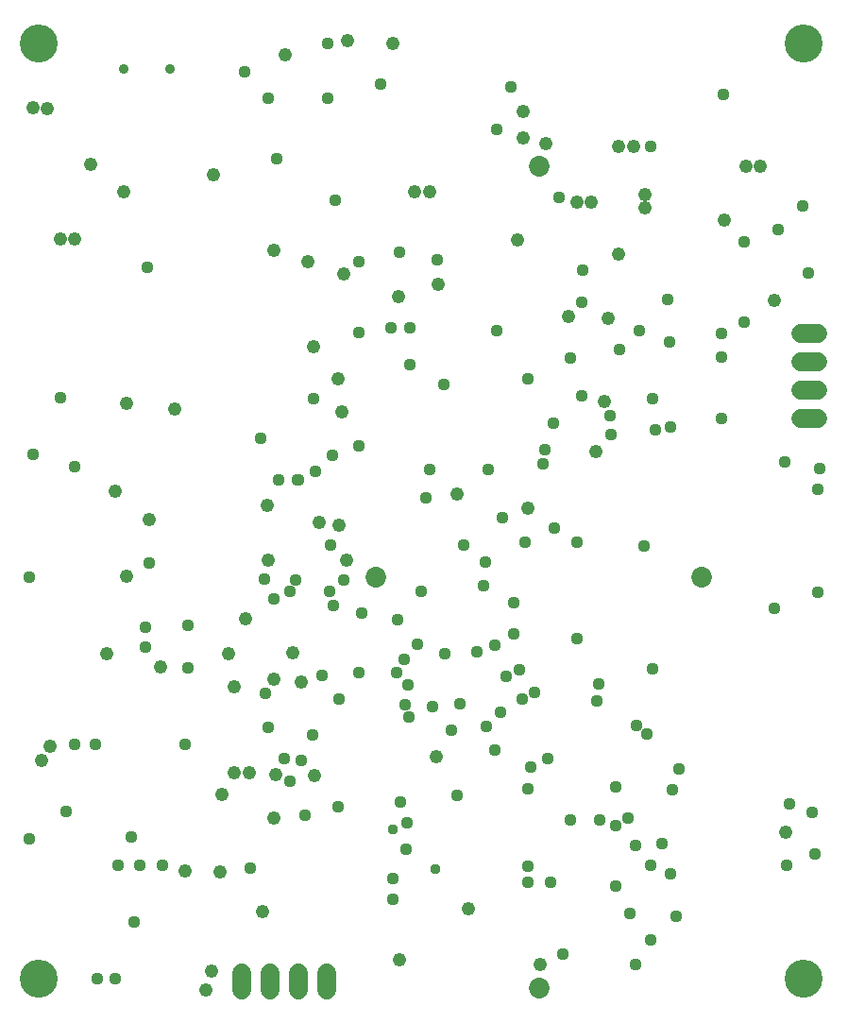
<source format=gbs>
G75*
%MOIN*%
%OFA0B0*%
%FSLAX25Y25*%
%IPPOS*%
%LPD*%
%AMOC8*
5,1,8,0,0,1.08239X$1,22.5*
%
%ADD10C,0.13398*%
%ADD11C,0.03556*%
%ADD12C,0.07296*%
%ADD13C,0.06800*%
%ADD14C,0.04762*%
%ADD15C,0.04369*%
%ADD16C,0.03778*%
D10*
X0038431Y0012000D03*
X0308431Y0012000D03*
X0308431Y0342000D03*
X0038431Y0342000D03*
D11*
X0068262Y0332854D03*
X0084600Y0332854D03*
D12*
X0214931Y0298500D03*
X0157431Y0153500D03*
X0272431Y0153500D03*
X0214931Y0008500D03*
D13*
X0139931Y0008000D02*
X0139931Y0014000D01*
X0129931Y0014000D02*
X0129931Y0008000D01*
X0119931Y0008000D02*
X0119931Y0014000D01*
X0109931Y0014000D02*
X0109931Y0008000D01*
X0307431Y0209500D02*
X0313431Y0209500D01*
X0313431Y0219500D02*
X0307431Y0219500D01*
X0307431Y0229500D02*
X0313431Y0229500D01*
X0313431Y0239500D02*
X0307431Y0239500D01*
D14*
X0297931Y0251250D03*
X0280431Y0279500D03*
X0287931Y0298500D03*
X0292931Y0298500D03*
X0252431Y0288500D03*
X0252431Y0284000D03*
X0242931Y0267500D03*
X0233431Y0286000D03*
X0228431Y0286000D03*
X0217431Y0306500D03*
X0209431Y0308500D03*
X0209431Y0318000D03*
X0242931Y0305500D03*
X0248431Y0305500D03*
X0207431Y0272500D03*
X0179431Y0257000D03*
X0165181Y0252500D03*
X0145931Y0260500D03*
X0133431Y0265000D03*
X0121431Y0269000D03*
X0099931Y0295750D03*
X0068181Y0289750D03*
X0056681Y0299250D03*
X0041181Y0319000D03*
X0036181Y0319250D03*
X0045931Y0273000D03*
X0050931Y0273000D03*
X0069431Y0215000D03*
X0086431Y0213000D03*
X0065431Y0184000D03*
X0077431Y0174000D03*
X0069431Y0154000D03*
X0062431Y0126500D03*
X0081431Y0122000D03*
X0105431Y0126500D03*
X0107431Y0115000D03*
X0121431Y0117500D03*
X0127931Y0127000D03*
X0130931Y0116500D03*
X0111431Y0139000D03*
X0119431Y0159750D03*
X0118931Y0179000D03*
X0137431Y0173000D03*
X0144431Y0172000D03*
X0146931Y0159500D03*
X0185931Y0183000D03*
X0210931Y0178000D03*
X0234931Y0198000D03*
X0237931Y0215500D03*
X0239431Y0245000D03*
X0225431Y0245750D03*
X0176431Y0289500D03*
X0170931Y0289500D03*
X0125431Y0338000D03*
X0147431Y0343000D03*
X0163431Y0342000D03*
X0135431Y0235000D03*
X0143931Y0223500D03*
X0145431Y0212000D03*
X0042431Y0094000D03*
X0039431Y0089000D03*
X0089931Y0050000D03*
X0102431Y0049500D03*
X0117431Y0035500D03*
X0099431Y0014500D03*
X0097181Y0008000D03*
X0121431Y0068500D03*
X0121931Y0084000D03*
X0112681Y0084500D03*
X0107431Y0084500D03*
X0102931Y0077000D03*
X0135681Y0083750D03*
X0178681Y0090490D03*
X0189931Y0036760D03*
X0165681Y0018500D03*
X0215431Y0017000D03*
X0301931Y0063500D03*
D15*
X0303431Y0073500D03*
X0311431Y0070600D03*
X0312431Y0056000D03*
X0302431Y0052000D03*
X0263431Y0034000D03*
X0254431Y0025750D03*
X0246931Y0035000D03*
X0241931Y0044500D03*
X0254431Y0052000D03*
X0261431Y0049000D03*
X0258431Y0059500D03*
X0248931Y0059000D03*
X0241931Y0066000D03*
X0246431Y0068500D03*
X0241931Y0079500D03*
X0236431Y0068000D03*
X0225931Y0068000D03*
X0210931Y0079000D03*
X0211931Y0086500D03*
X0217931Y0089500D03*
X0199431Y0092750D03*
X0196431Y0101000D03*
X0201431Y0106000D03*
X0208931Y0110500D03*
X0213431Y0113000D03*
X0207931Y0121000D03*
X0203431Y0118500D03*
X0199181Y0129750D03*
X0192847Y0127446D03*
X0181681Y0126750D03*
X0171931Y0130000D03*
X0167431Y0124500D03*
X0164681Y0120000D03*
X0168556Y0115500D03*
X0167681Y0108500D03*
X0168931Y0104250D03*
X0177431Y0108000D03*
X0183931Y0099500D03*
X0186931Y0109000D03*
X0205931Y0133500D03*
X0205931Y0144500D03*
X0195231Y0150600D03*
X0195931Y0159000D03*
X0188431Y0165000D03*
X0173431Y0148500D03*
X0164931Y0138500D03*
X0152306Y0141000D03*
X0142431Y0143500D03*
X0140931Y0148500D03*
X0145931Y0152500D03*
X0141431Y0165000D03*
X0128931Y0152500D03*
X0126931Y0148500D03*
X0121431Y0146000D03*
X0117931Y0153000D03*
X0090931Y0136500D03*
X0090931Y0121500D03*
X0075931Y0129000D03*
X0075931Y0136000D03*
X0077431Y0158500D03*
X0050931Y0192500D03*
X0036431Y0197000D03*
X0045931Y0217000D03*
X0076681Y0263000D03*
X0122431Y0301250D03*
X0119431Y0322500D03*
X0110931Y0332000D03*
X0140431Y0322500D03*
X0140431Y0342000D03*
X0158931Y0327500D03*
X0142931Y0286500D03*
X0151431Y0265000D03*
X0165681Y0268250D03*
X0178931Y0265500D03*
X0169431Y0241500D03*
X0162681Y0241750D03*
X0151431Y0240000D03*
X0169431Y0228500D03*
X0181181Y0221750D03*
X0199931Y0240500D03*
X0210931Y0223500D03*
X0225931Y0231000D03*
X0229931Y0217500D03*
X0239931Y0210500D03*
X0240181Y0204000D03*
X0255931Y0205800D03*
X0261431Y0206500D03*
X0254931Y0216500D03*
X0260931Y0236500D03*
X0250431Y0240500D03*
X0243431Y0234000D03*
X0229931Y0250500D03*
X0230431Y0262000D03*
X0221931Y0287500D03*
X0199931Y0311500D03*
X0204931Y0326500D03*
X0254431Y0305750D03*
X0279931Y0324000D03*
X0308031Y0284700D03*
X0299431Y0276400D03*
X0287431Y0272000D03*
X0309931Y0261000D03*
X0287431Y0243500D03*
X0279431Y0239500D03*
X0279431Y0231250D03*
X0279431Y0209500D03*
X0301681Y0194250D03*
X0313347Y0184500D03*
X0313931Y0192000D03*
X0313347Y0148245D03*
X0297931Y0142500D03*
X0254931Y0121300D03*
X0235931Y0116000D03*
X0235431Y0110000D03*
X0249431Y0101400D03*
X0252931Y0098400D03*
X0264181Y0086000D03*
X0261931Y0078500D03*
X0218931Y0046000D03*
X0210931Y0046000D03*
X0210931Y0051500D03*
X0185931Y0076750D03*
X0168431Y0067000D03*
X0167931Y0057500D03*
X0163181Y0047250D03*
X0163181Y0040000D03*
X0143931Y0072500D03*
X0132431Y0069500D03*
X0126931Y0081500D03*
X0124931Y0089500D03*
X0130931Y0089000D03*
X0135020Y0097911D03*
X0144431Y0110500D03*
X0138431Y0119000D03*
X0151431Y0120000D03*
X0118431Y0112500D03*
X0119431Y0100500D03*
X0089931Y0094500D03*
X0070931Y0062000D03*
X0074085Y0052000D03*
X0081959Y0052000D03*
X0066211Y0052000D03*
X0071931Y0032000D03*
X0065431Y0012000D03*
X0058931Y0012000D03*
X0034931Y0061250D03*
X0047931Y0071000D03*
X0050931Y0094500D03*
X0058431Y0094500D03*
X0034931Y0153750D03*
X0116681Y0202750D03*
X0122931Y0188000D03*
X0129746Y0188000D03*
X0129931Y0188000D03*
X0135931Y0191000D03*
X0141931Y0196500D03*
X0151431Y0200000D03*
X0135431Y0216500D03*
X0174931Y0181500D03*
X0176431Y0191500D03*
X0196931Y0191500D03*
X0201931Y0174500D03*
X0209931Y0166000D03*
X0220431Y0171000D03*
X0228431Y0166000D03*
X0251931Y0164500D03*
X0228431Y0132000D03*
X0216431Y0193500D03*
X0216931Y0198500D03*
X0219931Y0208000D03*
X0260181Y0251500D03*
X0165931Y0074250D03*
X0112931Y0051000D03*
X0223431Y0020500D03*
X0248931Y0017000D03*
D16*
X0178431Y0050750D03*
X0163181Y0064500D03*
M02*

</source>
